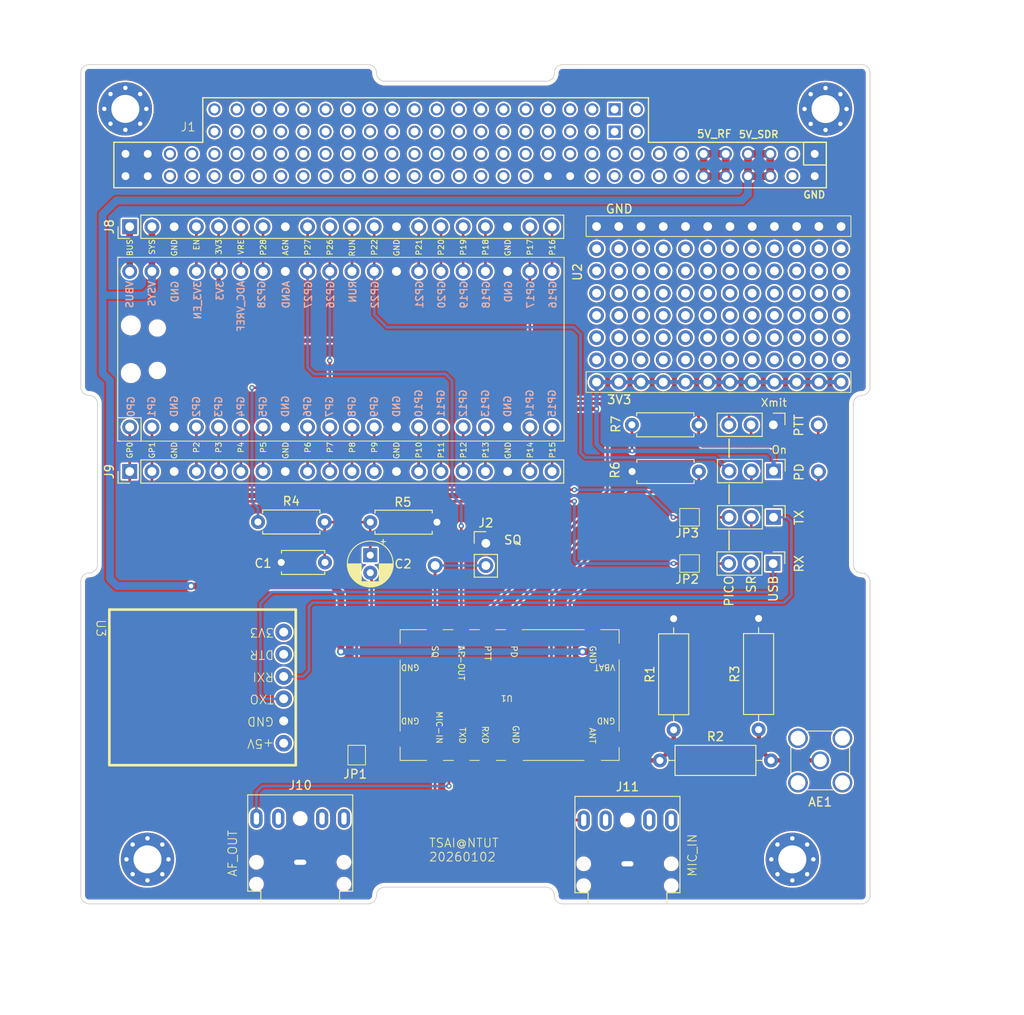
<source format=kicad_pcb>
(kicad_pcb (version 20241229) (generator "pcbnew") (generator_version "9.0")
  (layers (0 "F.Cu" signal) (2 "B.Cu" signal) (13 "F.Paste" user) (15 "B.Paste" user) (5 "F.SilkS" user "F.Silkscreen") (7 "B.SilkS" user "B.Silkscreen") (1 "F.Mask" user) (3 "B.Mask" user) (25 "Edge.Cuts" user))
  (net 0 "")
  (net 1 "Net-(AE1-A)")
  (net 2 "Net-(U1-ANT)")
  (net 3 "GND")
  (net 4 "Net-(C1-Pad1)")
  (net 5 "/FILTER_OUT")
  (net 6 "/AUDIO_IN")
  (net 7 "/MIC_IN")
  (net 8 "/ADC2")
  (net 9 "/GPIO16")
  (net 10 "/GPIO20")
  (net 11 "/3V3_EN")
  (net 12 "/3V3")
  (net 14 "/GPIO18")
  (net 15 "/RUN")
  (net 16 "/VREF")
  (net 17 "/GPIO21")
  (net 18 "/GPIO19")
  (net 19 "/GPIO15")
  (net 20 "/GPIO4")
  (net 21 "/GPIO11")
  (net 22 "/GPIO13")
  (net 24 "/GPIO10")
  (net 25 "/GPIO3")
  (net 26 "/GPIO8")
  (net 27 "/GPIO9")
  (net 28 "/GPIO6")
  (net 30 "/PD_PICO")
  (net 31 "/GPIO12")
  (net 32 "/GPIO7")
  (net 33 "/PD")
  (net 34 "/GPIO2")
  (net 35 "/GPIO5")
  (net 36 "/GPIO14")
  (net 37 "/SQ")
  (net 38 "/PTT_PICO")
  (net 39 "/PTT")
  (net 40 "/5V_SDR_10W")
  (net 47 "/5V_S-BAND_12W")
  (net 68 "/RESET1")
  (net 77 "/NULL1")
  (net 130 "/TX_PICO")
  (net 131 "/UART_TX")
  (net 132 "/RX")
  (net 133 "/RX_PICO")
  (net 134 "/UART_RX")
  (net 135 "/TX")
  (net 136 "/AUDIO_OUT")
  (net 137 "/VBUS")
  (net 144 "Net-(J6-Pin_3)")
  (net 145 "Net-(J7-Pin_3)")
  (footprint "AMSAT:TestPoint_THTPad_D1.7mm_Drill1.0mm" (layer "F.Cu") (at 133.858 77.4192)
    (property "Reference" "REF**" (hide yes))
    (property "Value" "TestPoint_THTPad_D1.7mm_Drill1.0mm" (hide yes))
  )
  (footprint "AMSAT:TestPoint_THTPad_D1.7mm_Drill1.0mm" (layer "F.Cu") (at 149.098 87.5792)
    (property "Reference" "REF**" (hide yes))
    (property "Value" "TestPoint_THTPad_D1.7mm_Drill1.0mm" (hide yes))
  )
  (footprint "Connector_PinHeader_2.54mm:PinHeader_1x02_P2.54mm_Vertical" (layer "F.Cu") (at 108.5088 111.0742)
    (property "Reference" "J2")
    (property "Value" "SQ")
  )
  (footprint "AMSAT:TestPoint_THTPad_D1.7mm_Drill1.0mm" (layer "F.Cu") (at 141.478 90.1192)
    (property "Reference" "REF**" (hide yes))
    (property "Value" "TestPoint_THTPad_D1.7mm_Drill1.0mm" (hide yes))
  )
  (footprint "AMSAT:TestPoint_THTPad_D1.7mm_Drill1.0mm" (layer "F.Cu") (at 131.318 77.4192)
    (property "Reference" "REF**" (hide yes))
    (property "Value" "TestPoint_THTPad_D1.7mm_Drill1.0mm" (hide yes))
  )
  (footprint "Resistor_THT:R_Axial_DIN0309_L9.0mm_D3.2mm_P12.70mm_Horizontal" (layer "F.Cu") (at 128.39031 135.877805)
    (property "Reference" "R2")
    (property "Value" "180")
  )
  (footprint "AMSAT:TestPoint_THTPad_D1.7mm_Drill1.0mm" (layer "F.Cu") (at 149.098 77.4192)
    (property "Reference" "REF**" (hide yes))
    (property "Value" "TestPoint_THTPad_D1.7mm_Drill1.0mm" (hide yes))
  )
  (footprint "AMSAT:TestPoint_THTPad_D1.7mm_Drill1.0mm" (layer "F.Cu") (at 141.478 79.9592)
    (property "Reference" "REF**" (hide yes))
    (property "Value" "TestPoint_THTPad_D1.7mm_Drill1.0mm" (hide yes))
  )
  (footprint "Connector_PinHeader_2.54mm:PinHeader_1x03_P2.54mm_Vertical" (layer "F.Cu") (at 141.330462 113.3856 -90)
    (property "Reference" "J6" (hide yes))
    (property "Value" "Conn_01x03" (hide yes))
  )
  (footprint "AMSAT:TestPoint_THTPad_D1.7mm_Drill1.0mm" (layer "F.Cu") (at 128.778 90.1192)
    (property "Reference" "REF**" (hide yes))
    (property "Value" "TestPoint_THTPad_D1.7mm_Drill1.0mm" (hide yes))
  )
  (footprint "Connector_PinHeader_2.54mm:PinHeader_1x03_P2.54mm_Vertical" (layer "F.Cu") (at 141.3764 102.8192 -90)
    (property "Reference" "J4" (hide yes))
    (property "Value" "Conn_01x03" (hide yes))
  )
  (footprint "AMSAT:TestPoint_THTPad_D1.7mm_Drill1.0mm" (layer "F.Cu") (at 136.398 85.0392)
    (property "Reference" "REF**" (hide yes))
    (property "Value" "TestPoint_THTPad_D1.7mm_Drill1.0mm" (hide yes))
  )
  (footprint "AMSAT:TestPoint_THTPad_D1.7mm_Drill1.0mm" (layer "F.Cu") (at 131.318 87.5792)
    (property "Reference" "REF**" (hide yes))
    (property "Value" "TestPoint_THTPad_D1.7mm_Drill1.0mm" (hide yes))
  )
  (footprint "AMSAT:TestPoint_THTPad_D1.7mm_Drill1.0mm" (layer "F.Cu") (at 138.938 74.8792)
    (property "Reference" "REF**" (hide yes))
    (property "Value" "TestPoint_THTPad_D1.7mm_Drill1.0mm" (hide yes))
  )
  (footprint "AMSAT:TestPoint_THTPad_D1.7mm_Drill1.0mm" (layer "F.Cu") (at 136.398 90.1192)
    (property "Reference" "REF**" (hide yes))
    (property "Value" "TestPoint_THTPad_D1.7mm_Drill1.0mm" (hide yes))
  )
  (footprint "AMSAT:TestPoint_THTPad_D1.7mm_Drill1.0mm" (layer "F.Cu") (at 141.478 85.0392)
    (property "Reference" "REF**" (hide yes))
    (property "Value" "TestPoint_THTPad_D1.7mm_Drill1.0mm" (hide yes))
  )
  (footprint "Resistor_THT:R_Axial_DIN0207_L6.3mm_D2.5mm_P7.62mm_Horizontal" (layer "F.Cu") (at 132.8166 97.536 180)
    (property "Reference" "R7")
    (property "Value" "10K")
  )
  (footprint "Connector_PinHeader_2.54mm:PinHeader_1x03_P2.54mm_Vertical" (layer "F.Cu") (at 141.3764 108.1024 -90)
    (property "Reference" "J7" (hide yes))
    (property "Value" "Conn_01x03" (hide yes))
  )
  (footprint "AMSAT:TestPoint_THTPad_D1.7mm_Drill1.0mm" (layer "F.Cu") (at 123.698 92.6592)
    (property "Reference" "REF**" (hide yes))
    (property "Value" "TestPoint_THTPad_D1.7mm_Drill1.0mm" (hide yes))
  )
  (footprint "AMSAT:TestPoint_THTPad_D1.7mm_Drill1.0mm" (layer "F.Cu") (at 121.158 90.1192)
    (property "Reference" "REF**" (hide yes))
    (property "Value" "TestPoint_THTPad_D1.7mm_Drill1.0mm" (hide yes))
  )
  (footprint "AMSAT:TestPoint_THTPad_D1.7mm_Drill1.0mm" (layer "F.Cu") (at 138.938 90.1192)
    (property "Reference" "REF**" (hide yes))
    (property "Value" "TestPoint_THTPad_D1.7mm_Drill1.0mm" (hide yes))
  )
  (footprint "AMSAT:TestPoint_THTPad_D1.7mm_Drill1.0mm" (layer "F.Cu") (at 141.478 77.4192)
    (property "Reference" "REF**" (hide yes))
    (property "Value" "TestPoint_THTPad_D1.7mm_Drill1.0mm" (hide yes))
  )
  (footprint "AMSAT:TestPoint_THTPad_D1.7mm_Drill1.0mm" (layer "F.Cu") (at 136.398 87.5792)
    (property "Reference" "REF**" (hide yes))
    (property "Value" "TestPoint_THTPad_D1.7mm_Drill1.0mm" (hide yes))
  )
  (footprint "VST104:MountingHole_3.2mm_M3_Pad_Via" (layer "F.Cu") (at 67.32 61.44)
    (property "Reference" "H1" (hide yes))
    (property "Value" "MountingHole" (hide yes))
  )
  (footprint "AMSAT:TestPoint_THTPad_D1.7mm_Drill1.0mm" (layer "F.Cu") (at 133.858 79.9592)
    (property "Reference" "REF**" (hide yes))
    (property "Value" "TestPoint_THTPad_D1.7mm_Drill1.0mm" (hide yes))
  )
  (footprint "AMSAT:TestPoint_THTPad_D1.7mm_Drill1.0mm" (layer "F.Cu") (at 126.238 79.9592)
    (property "Reference" "REF**" (hide yes))
    (property "Value" "TestPoint_THTPad_D1.7mm_Drill1.0mm" (hide yes))
  )
  (footprint "AMSAT:TestPoint_THTPad_D1.7mm_Drill1.0mm" (layer "F.Cu") (at 149.098 90.1192)
    (property "Reference" "REF**" (hide yes))
    (property "Value" "TestPoint_THTPad_D1.7mm_Drill1.0mm" (hide yes))
  )
  (footprint "Basic:Jack_3.5mm_CUI_SJ1-3525N_Horizontal" (layer "F.Cu") (at 87.2998 147.512)
    (property "Reference" "J10")
    (property "Value" "SC1464-ND")
  )
  (footprint "AMSAT:TestPoint_THTPad_D1.7mm_Drill1.0mm" (layer "F.Cu") (at 136.398 79.9592)
    (property "Reference" "REF**" (hide yes))
    (property "Value" "TestPoint_THTPad_D1.7mm_Drill1.0mm" (hide yes))
  )
  (footprint "Connector_PinHeader_2.54mm:PinHeader_1x03_P2.54mm_Vertical" (layer "F.Cu") (at 141.351 97.536 -90)
    (property "Reference" "J5" (hide yes))
    (property "Value" "Conn_01x03" (hide yes))
  )
  (footprint "AMSAT:TestPoint_THTPad_D1.7mm_Drill1.0mm" (layer "F.Cu") (at 128.778 87.5792)
    (property "Reference" "REF**" (hide yes))
    (property "Value" "TestPoint_THTPad_D1.7mm_Drill1.0mm" (hide yes))
  )
  (footprint "AMSAT:TestPoint_THTPad_D1.7mm_Drill1.0mm" (layer "F.Cu") (at 123.698 82.4992)
    (property "Reference" "REF**" (hide yes))
    (property "Value" "TestPoint_THTPad_D1.7mm_Drill1.0mm" (hide yes))
  )
  (footprint "Basic:PC104_16bit_Connector" (layer "F.Cu") (at 125.76 64.04 180)
    (property "Reference" "J1")
    (property "Value" "~" (hide yes))
  )
  (footprint "AMSAT:TestPoint_THTPad_D1.7mm_Drill1.0mm" (layer "F.Cu") (at 144.018 90.1192)
    (property "Reference" "REF**" (hide yes))
    (property "Value" "TestPoint_THTPad_D1.7mm_Drill1.0mm" (hide yes))
  )
  (footprint "Connector_Coaxial:SMA_Amphenol_901-144_Vertical" (layer "F.Cu") (at 146.7104 135.877805 180)
    (property "Reference" "AE1")
    (property "Value" "Antenna")
  )
  (footprint "AMSAT:TestPoint_THTPad_D1.7mm_Drill1.0mm" (layer "F.Cu") (at 136.398 77.4192)
    (property "Reference" "REF**" (hide yes))
    (property "Value" "TestPoint_THTPad_D1.7mm_Drill1.0mm" (hide yes))
  )
  (footprint "AMSAT:TestPoint_THTPad_D1.7mm_Drill1.0mm" (layer "F.Cu") (at 146.558 87.5792)
    (property "Reference" "REF**" (hide yes))
    (property "Value" "TestPoint_THTPad_D1.7mm_Drill1.0mm" (hide yes))
  )
  (footprint "AMSAT:TestPoint_THTPad_D1.7mm_Drill1.0mm" (layer "F.Cu") (at 131.318 90.1192)
    (property "Reference" "REF**" (hide yes))
    (property "Value" "TestPoint_THTPad_D1.7mm_Drill1.0mm" (hide yes))
  )
  (footprint "AMSAT:TestPoint_THTPad_D1.7mm_Drill1.0mm" (layer "F.Cu") (at 121.158 82.4992)
    (property "Reference" "REF**" (hide yes))
    (property "Value" "TestPoint_THTPad_D1.7mm_Drill1.0mm" (hide yes))
  )
  (footprint "AMSAT:TestPoint_THTPad_D1.7mm_Drill1.0mm" (layer "F.Cu") (at 123.698 77.4192)
    (property "Reference" "REF**" (hide yes))
    (property "Value" "TestPoint_THTPad_D1.7mm_Drill1.0mm" (hide yes))
  )
  (footprint "AMSAT:TestPoint_THTPad_D1.7mm_Drill1.0mm" (layer "F.Cu") (at 123.698 85.0392)
    (property "Reference" "REF**" (hide yes))
    (property "Value" "TestPoint_THTPad_D1.7mm_Drill1.0mm" (hide yes))
  )
  (footprint "AMSAT:TestPoint_THTPad_D1.7mm_Drill1.0mm" (layer "F.Cu") (at 121.158 87.5792)
    (property "Reference" "REF**" (hide yes))
    (property "Value" "TestPoint_THTPad_D1.7mm_Drill1.0mm" (hide yes))
  )
  (footprint "AMSAT:TestPoint_THTPad_D1.7mm_Drill1.0mm" (layer "F.Cu") (at 128.778 82.4992)
    (property "Reference" "REF**" (hide yes))
    (property "Value" "TestPoint_THTPad_D1.7mm_Drill1.0mm" (hide yes))
  )
  (footprint "AMSAT:TestPoint_THTPad_D1.7mm_Drill1.0mm" (layer "F.Cu") (at 146.558 82.4992)
    (property "Reference" "REF**" (hide yes))
    (property "Value" "TestPoint_THTPad_D1.7mm_Drill1.0mm" (hide yes))
  )
  (footprint "AMSAT:TestPoint_THTPad_D1.7mm_Drill1.0mm" (layer "F.Cu") (at 144.018 79.9592)
    (property "Reference" "REF**" (hide yes))
    (property "Value" "TestPoint_THTPad_D1.7mm_Drill1.0mm" (hide yes))
  )
  (footprint "AMSAT:TestPoint_THTPad_D1.7mm_Drill1.0mm" (layer "F.Cu") (at 149.098 74.8792)
    (property "Reference" "REF**" (hide yes))
    (property "Value" "TestPoint_THTPad_D1.7mm_Drill1.0mm" (hide yes))
  )
  (footprint "AMSAT:TestPoint_THTPad_D1.7mm_Drill1.0mm" (layer "F.Cu") (at 146.558 92.6592)
    (property "Reference" "REF**" (hide yes))
    (property "Value" "TestPoint_THTPad_D1.7mm_Drill1.0mm" (hide yes))
  )
  (footprint "AMSAT:TestPoint_THTPad_D1.7mm_Drill1.0mm" (layer "F.Cu") (at 126.238 85.0392)
    (property "Reference" "REF**" (hide yes))
    (property "Value" "TestPoint_THTPad_D1.7mm_Drill1.0mm" (hide yes))
  )
  (footprint "AMSAT:TestPoint_THTPad_D1.7mm_Drill1.0mm" (layer "F.Cu") (at 141.478 92.6592)
    (property "Reference" "REF**" (hide yes))
    (property "Value" "TestPoint_THTPad_D1.7mm_Drill1.0mm" (hide yes))
  )
  (footprint "AMSAT:TestPoint_THTPad_D1.7mm_Drill1.0mm" (layer "F.Cu") (at 121.158 79.9592)
    (property "Reference" "REF**" (hide yes))
    (property "Value" "TestPoint_THTPad_D1.7mm_Drill1.0mm" (hide yes))
  )
  (footprint "AMSAT:TestPoint_THTPad_D1.7mm_Drill1.0mm" (layer "F.Cu") (at 136.398 74.8792)
    (property "Reference" "REF**" (hide yes))
    (property "Value" "TestPoint_THTPad_D1.7mm_Drill1.0mm" (hide yes))
  )
  (footprint "AMSAT:TestPoint_THTPad_D1.7mm_Drill1.0mm" (layer "F.Cu") (at 126.238 77.4192)
    (property "Reference" "REF**" (hide yes))
    (property "Value" "TestPoint_THTPad_D1.7mm_Drill1.0mm" (hide yes))
  )
  (footprint "AMSAT:TestPoint_THTPad_D1.7mm_Drill1.0mm" (layer "F.Cu") (at 131.318 79.9592)
    (property "Reference" "REF**" (hide yes))
    (property "Value" "TestPoint_THTPad_D1.7mm_Drill1.0mm" (hide yes))
  )
  (footprint "Resistor_THT:R_Axial_DIN0207_L6.3mm_D2.5mm_P7.62mm_Horizontal" (layer "F.Cu") (at 125.222 102.87)
    (property "Reference" "R6")
    (property "Value" "10K")
  )
  (footprint "AMSAT:SolderJumper-2_P1.3mm_Pad1.0x1.5mm" (layer "F.Cu") (at 131.50165 113.3829 180)
    (property "Reference" "JP2")
    (property "Value" "SolderJumper_2_Open")
  )
  (footprint "Connector_PinHeader_2.54mm:PinHeader_1x20_P2.54mm_Vertical" (layer "F.Cu") (at 67.818 102.87 90)
    (property "Reference" "J9")
    (property "Value" "Conn_01x20")
  )
  (footprint "AMSAT:TestPoint_THTPad_D1.7mm_Drill1.0mm" (layer "F.Cu") (at 123.698 79.9592)
    (property "Reference" "REF**" (hide yes))
    (property "Value" "TestPoint_THTPad_D1.7mm_Drill1.0mm" (hide yes))
  )
  (footprint "AMSAT:TestPoint_THTPad_D1.7mm_Drill1.0mm" (layer "F.Cu") (at 133.858 85.0392)
    (property "Reference" "REF**" (hide yes))
    (property "Value" "TestPoint_THTPad_D1.7mm_Drill1.0mm" (hide yes))
  )
  (footprint "AMSAT:TestPoint_THTPad_D1.7mm_Drill1.0mm" (layer "F.Cu") (at 144.018 74.8792)
    (property "Reference" "REF**" (hide yes))
    (property "Value" "TestPoint_THTPad_D1.7mm_Drill1.0mm" (hide yes))
  )
  (footprint "AMSAT:TestPoint_THTPad_D1.7mm_Drill1.0mm" (layer "F.Cu") (at 123.698 87.5792)
    (property "Reference" "REF**" (hide yes))
    (property "Value" "TestPoint_THTPad_D1.7mm_Drill1.0mm" (hide yes))
  )
  (footprint "AMSAT:TestPoint_THTPad_D1.7mm_Drill1.0mm" (layer "F.Cu") (at 128.778 74.8792)
    (property "Reference" "REF**" (hide yes))
    (property "Value" "TestPoint_THTPad_D1.7mm_Drill1.0mm" (hide yes))
  )
  (footprint "AMSAT:TestPoint_THTPad_D1.7mm_Drill1.0mm" (layer "F.Cu") (at 133.858 74.8792)
    (property "Reference" "REF**" (hide yes))
    (property "Value" "TestPoint_THTPad_D1.7mm_Drill1.0mm" (hide yes))
  )
  (footprint "AMSAT:TestPoint_THTPad_D1.7mm_Drill1.0mm" (layer "F.Cu") (at 126.238 82.4992)
    (property "Reference" "REF**" (hide yes))
    (property "Value" "TestPoint_THTPad_D1.7mm_Drill1.0mm" (hide yes))
  )
  (footprint "AMSAT:TestPoint_THTPad_D1.7mm_Drill1.0mm" (layer "F.Cu") (at 146.4818 97.536 180)
    (property "Reference" "REF**" (hide yes))
    (property "Value" "TestPoint_THTPad_D1.7mm_Drill1.0mm" (hide yes))
  )
  (footprint "AMSAT:TestPoint_THTPad_D1.7mm_Drill1.0mm" (layer "F.Cu") (at 133.858 82.4992)
    (property "Reference" "REF**" (hide yes))
    (property "Value" "TestPoint_THTPad_D1.7mm_Drill1.0mm" (hide yes))
  )
  (footprint "VST104:MountingHole_3.2mm_M3_Pad_Via" (layer "F.Cu") (at 143.523 147.1823)
    (property "Reference" "H3" (hide yes))
    (property "Value" "MountingHole" (hide yes))
  )
  (footprint "AMSAT:TestPoint_THTPad_D1.7mm_Drill1.0mm" (layer "F.Cu") (at 126.238 90.1192)
    (property "Reference" "REF**" (hide yes))
    (property "Value" "TestPoint_THTPad_D1.7mm_Drill1.0mm" (hide yes))
  )
  (footprint "VST104:MountingHole_3.2mm_M3_Pad_Via" (layer "F.Cu") (at 147.32 61.4573)
    (property "Reference" "H2" (hide yes))
    (property "Value" "MountingHole" (hide yes))
  )
  (footprint "AMSAT:TestPoint_THTPad_D1.7mm_Drill1.0mm" (layer "F.Cu") (at 128.778 92.6592)
    (property "Reference" "REF**" (hide yes))
    (property "Value" "TestPoint_THTPad_D1.7mm_Drill1.0mm" (hide yes))
  )
  (footprint "AMSAT:TestPoint_THTPad_D1.7mm_Drill1.0mm" (layer "F.Cu") (at 126.238 87.5792)
    (property "Reference" "REF**" (hide yes))
    (property "Value" "TestPoint_THTPad_D1.7mm_Drill1.0mm" (hide yes))
  )
  (footprint "AMSAT:TestPoint_THTPad_D1.7mm_Drill1.0mm" (layer "F.Cu") (at 131.318 85.0392)
    (property "Reference" "REF**" (hide yes))
    (property "Value" "TestPoint_THTPad_D1.7mm_Drill1.0mm" (hide yes))
  )
  (footprint "AMSAT:TestPoint_THTPad_D1.7mm_Drill1.0mm" (layer "F.Cu") (at 121.158 77.4192)
    (property "Reference" "REF**" (hide yes))
    (property "Value" "TestPoint_THTPad_D1.7mm_Drill1.0mm" (hide yes))
  )
  (footprint "AMSAT:TestPoint_THTPad_D1.7mm_Drill1.0mm" (layer "F.Cu") (at 121.158 92.6592)
    (property "Reference" "REF**" (hide yes))
    (property "Value" "TestPoint_THTPad_D1.7mm_Drill1.0mm" (hide yes))
  )
  (footprint "AMSAT:TestPoint_THTPad_D1.7mm_Drill1.0mm" (layer "F.Cu") (at 146.558 90.1192)
    (property "Reference" "REF**" (hide yes))
    (property "Value" "TestPoint_THTPad_D1.7mm_Drill1.0mm" (hide yes))
  )
  (footprint "AMSAT:TestPoint_THTPad_D1.7mm_Drill1.0mm" (layer "F.Cu") (at 149.098 79.9592)
    (property "Reference" "REF**" (hide yes))
    (property "Value" "TestPoint_THTPad_D1.7mm_Drill1.0mm" (hide yes))
  )
  (footprint "Resistor_THT:R_Axial_DIN0309_L9.0mm_D3.2mm_P12.70mm_Horizontal" (layer "F.Cu") (at 129.96511 132.3848 90)
    (property "Reference" "R1")
    (property "Value" "68")
  )
  (footprint "AMSAT:TestPoint_THTPad_D1.7mm_Drill1.0mm" (layer "F.Cu") (at 126.238 74.8792)
    (property "Reference" "REF**" (hide yes))
    (property "Value" "TestPoint_THTPad_D1.7mm_Drill1.0mm" (hide yes))
  )
  (footprint "AMSAT:TestPoint_THTPad_D1.7mm_Drill1.0mm" (layer "F.Cu") (at 138.938 92.6592)
    (property "Reference" "REF**" (hide yes))
    (property "Value" "TestPoint_THTPad_D1.7mm_Drill1.0mm" (hide yes))
  )
  (footprint "AMSAT:TestPoint_THTPad_D1.7mm_Drill1.0mm" (layer "F.Cu") (at 146.5072 102.8954 180)
    (property "Reference" "REF**" (hide yes))
    (property "Value" "TestPoint_THTPad_D1.7mm_Drill1.0mm" (hide yes))
  )
  (footprint "Resistor_THT:R_Axial_DIN0207_L6.3mm_D2.5mm_P7.62mm_Horizontal" (layer "F.Cu") (at 102.9208 108.6612 180)
    (property "Reference" "R5")
    (property "Value" "100")
  )
  (footprint "AMSAT:TestPoint_THTPad_D1.7mm_Drill1.0mm" (layer "F.Cu") (at 133.858 90.1192)
    (property "Reference" "REF**" (hide yes))
    (property "Value" "TestPoint_THTPad_D1.7mm_Drill1.0mm" (hide yes))
  )
  (footprint "AMSAT:TestPoint_THTPad_D1.7mm_Drill1.0mm" (layer "F.Cu") (at 102.7176 113.6142 180)
    (property "Reference" "REF**" (hide yes))
    (property "Value" "TestPoint_THTPad_D1.7mm_Drill1.0mm" (hide yes))
  )
  (footprint "Basic:Jack_3.5mm_CUI_SJ1-3525N_Horizontal" (layer "F.Cu") (at 124.6886 147.6898)
    (property "Reference" "J11")
    (property "Value" "SC1464-ND")
  )
  (footprint "AMSAT:TestPoint_THTPad_D1.7mm_Drill1.0mm" (layer "F.Cu") (at 149.098 85.0392)
    (property "Reference" "REF**" (hide yes))
    (property "Value" "TestPoint_THTPad_D1.7mm_Drill1.0mm" (hide yes))
  )
  (footprint "AMSAT:TestPoint_THTPad_D1.7mm_Drill1.0mm" (layer "F.Cu") (at 123.698 90.1192)
    (property "Reference" "REF**" (hide yes))
    (property "Value" "TestPoint_THTPad_D1.7mm_Drill1.0mm" (hide yes))
  )
  (footprint "AMSAT:TestPoint_THTPad_D1.7mm_Drill1.0mm" (layer "F.Cu") (at 128.778 85.0392)
    (property "Reference" "REF**" (hide yes))
    (property "Value" "TestPoint_THTPad_D1.7mm_Drill1.0mm" (hide yes))
  )
  (footprint "AMSAT:TestPoint_THTPad_D1.7mm_Drill1.0mm" (layer "F.Cu") (at 144.018 85.0392)
    (property "Reference" "REF**" (hide yes))
    (property "Value" "TestPoint_THTPad_D1.7mm_Drill1.0mm" (hide yes))
  )
  (footprint "AMSAT:TestPoint_THTPad_D1.7mm_Drill1.0mm" (layer "F.Cu") (at 131.318 74.8792)
    (property "Reference" "REF**" (hide yes))
    (property "Value" "TestPoint_THTPad_D1.7mm_Drill1.0mm" (hide yes))
  )
  (footprint "AMSAT:TestPoint_THTPad_D1.7mm_Drill1.0mm" (layer "F.Cu") (at 136.398 92.6592)
    (property "Reference" "REF**" (hide yes))
    (property "Value" "TestPoint_THTPad_D1.7mm_Drill1.0mm" (hide yes))
  )
  (footprint "AMSAT:TestPoint_THTPad_D1.7mm_Drill1.0mm" (layer "F.Cu") (at 144.018 87.5792)
    (property "Reference" "REF**" (hide yes))
    (property "Value" "TestPoint_THTPad_D1.7mm_Drill1.0mm" (hide yes))
  )
  (footprint "AMSAT:TestPoint_THTPad_D1.7mm_Drill1.0mm" (layer "F.Cu") (at 138.938 79.9592)
    (property "Reference" "REF**" (hide yes))
    (property "Value" "TestPoint_THTPad_D1.7mm_Drill1.0mm" (hide yes))
  )
  (footprint "Capacitor_THT:C_Disc_D4.7mm_W2.5mm_P5.00mm" (layer "F.Cu") (at 90.13 113.2586 180)
    (property "Reference" "C1")
    (property "Value" "0.1uF")
  )
  (footprint "AMSAT:TestPoint_THTPad_D1.7mm_Drill1.0mm" (layer "F.Cu") (at 138.938 87.5792)
    (property "Reference" "REF**" (hide yes))
    (property "Value" "TestPoint_THTPad_D1.7mm_Drill1.0mm" (hide yes))
  )
  (footprint "Resistor_THT:R_Axial_DIN0309_L9.0mm_D3.2mm_P12.70mm_Horizontal" (layer "F.Cu") (at 139.66791 132.3594 90)
    (property "Reference" "R3")
    (property "Value" "68")
  )
  (footprint "AMSAT:SolderJumper-2_P1.3mm_Bridged_Pad1.0x1.5mm" (layer "F.Cu") (at 93.7514 134.99115 90)
    (property "Reference" "JP1")
    (property "Value" "SolderJumper_2_Bridged" (hide yes))
  )
  (footprint "AMSAT:TestPoint_THTPad_D1.7mm_Drill1.0mm" (layer "F.Cu") (at 141.478 74.8792)
    (property "Reference" "REF**" (hide yes))
    (property "Value" "TestPoint_THTPad_D1.7mm_Drill1.0mm" (hide yes))
  )
  (footprint "AMSAT:TestPoint_THTPad_D1.7mm_Drill1.0mm" (layer "F.Cu") (at 149.098 92.6592)
    (property "Reference" "REF**" (hide yes))
    (property "Value" "TestPoint_THTPad_D1.7mm_Drill1.0mm" (hide yes))
  )
  (footprint "Capacitor_THT:CP_Radial_D5.0mm_P2.00mm" (layer "F.Cu") (at 95.3008 112.430488 -90)
    (property "Reference" "C2")
    (property "Value" "47uF")
  )
  (footprint "AMSAT:TestPoint_THTPad_D1.7mm_Drill1.0mm" (layer "F.Cu") (at 138.938 77.4192)
    (property "Reference" "REF**" (hide yes))
    (property "Value" "TestPoint_THTPad_D1.7mm_Drill1.0mm" (hide yes))
  )
  (footprint "AMSAT:TestPoint_THTPad_D1.7mm_Drill1.0mm" (layer "F.Cu") (at 149.098 82.4992)
    (property "Reference" "REF**" (hide yes))
    (property "Value" "TestPoint_THTPad_D1.7mm_Drill1.0mm" (hide yes))
  )
  (footprint "AMSAT:TestPoint_THTPad_D1.7mm_Drill1.0mm" (layer "F.Cu") (at 138.938 82.4992)
    (property "Reference" "REF**" (hide yes))
    (property "Value" "TestPoint_THTPad_D1.7mm_Drill1.0mm" (hide yes))
  )
  (footprint "AMSAT:TestPoint_THTPad_D1.7mm_Drill1.0mm" (layer "F.Cu") (at 144.018 92.6592)
    (property "Reference" "REF**" (hide yes))
    (property "Value" "TestPoint_THTPad_D1.7mm_Drill1.0mm" (hide yes))
  )
  (footprint "AMSAT:TestPoint_THTPad_D1.7mm_Drill1.0mm" (layer "F.Cu") (at 146.558 77.4192)
    (property "Reference" "REF**" (hide yes))
    (property "Value" "TestPoint_THTPad_D1.7mm_Drill1.0mm" (hide yes))
  )
  (footprint "AMSAT:TestPoint_THTPad_D1.7mm_Drill1.0mm" (layer "F.Cu") (at 123.698 74.8792)
    (property "Reference" "REF**" (hide yes))
    (property "Value" "TestPoint_THTPad_D1.7mm_Drill1.0mm" (hide yes))
  )
  (footprint "Basic:USB_UART_Module_New" (layer "F.Cu") (at 80.49291 127.5334 90)
    (property "Reference" "U3")
    (property "Value" "~")
  )
  (footprint "Connector_PinHeader_2.54mm:PinHeader_1x20_P2.54mm_Vertical" (layer "F.Cu") (at 67.818 74.9046 90)
    (property "Reference" "J8")
    (property "Value" "Conn_01x20")
  )
  (footprint "AMSAT:TestPoint_THTPad_D1.7mm_Drill1.0mm" (layer "F.Cu") (at 138.938 85.0392)
    (property "Reference" "REF**" (hide yes))
    (property "Value" "TestPoint_THTPad_D1.7mm_Drill1.0mm" (hide yes))
  )
  (footprint "AMSAT:TestPoint_THTPad_D1.7mm_Drill1.0mm" (layer "F.Cu") (at 146.558 79.9592)
    (property "Reference" "REF**" (hide yes))
    (property "Value" "TestPoint_THTPad_D1.7mm_Drill1.0mm" (hide yes))
  )
  (footprint "AMSAT:TestPoint_THTPad_D1.7mm_Drill1.0mm" (layer "F.Cu") (at 133.858 87.5792)
    (property "Reference" "REF**" (hide yes))
    (property "Value" "TestPoint_THTPad_D1.7mm_Drill1.0mm" (hide yes))
  )
  (footprint "AMSAT:TestPoint_THTPad_D1.7mm_Drill1.0mm" (layer "F.Cu") (at 131.318 92.6592)
    (property "Reference" "REF**" (hide yes))
    (property "Value" "TestPoint_THTPad_D1.7mm_Drill1.0mm" (hide yes))
  )
  (footprint "AMSAT:SR105U" (layer "F.Cu") (at 110.8964 128.4478 180)
    (property "Reference" "U1")
    (property "Value" "SR105U")
  )
  (footprint "AMSAT:TestPoint_THTPad_D1.7mm_Drill1.0mm" (layer "F.Cu") (at 141.478 82.4992)
    (property "Reference" "REF**" (hide yes))
    (property "Value" "TestPoint_THTPad_D1.7mm_Drill1.0mm" (hide yes))
  )
  (footprint "AMSAT:TestPoint_THTPad_D1.7mm_Drill1.0mm" (layer "F.Cu") (at 144.018 82.4992)
    (property "Reference" "REF**" (hide yes))
    (property "Value" "TestPoint_THTPad_D1.7mm_Drill1.0mm" (hide yes))
  )
  (footprint "AMSAT:TestPoint_THTPad_D1.7mm_Drill1.0mm" (layer "F.Cu") (at 133.858 92.6592)
    (property "Reference" "REF**" (hide yes))
    (property "Value" "TestPoint_THTPad_D1.7mm_Drill1.0mm" (hide yes))
  )
  (footprint "AMSAT:TestPoint_THTPad_D1.7mm_Drill1.0mm" (layer "F.Cu") (at 141.478 87.5792)
    (property "Reference" "REF**" (hide yes))
    (property "Value" "TestPoint_THTPad_D1.7mm_Drill1.0mm" (hide yes))
  )
  (footprint "AMSAT:SolderJumper-2_P1.3mm_Pad1.0x1.5mm" (layer "F.Cu") (at 131.50165 108.0997 180)
    (property "Reference" "JP3")
    (property "Value" "SolderJumper_2_Open")
  )
  (footprint "AMSAT:TestPoint_THTPad_D1.7mm_Drill1.0mm" (layer "F.Cu") (at 146.558 85.0392)
    (property "Reference" "REF**" (hide yes))
    (property "Value" "TestPoint_THTPad_D1.7mm_Drill1.0mm" (hide yes))
  )
  (footprint "Resistor_THT:R_Axial_DIN0207_L6.3mm_D2.5mm_P7.62mm_Horizontal" (layer "F.Cu") (at 82.4738 108.6358)
    (property "Reference" "R4")
    (property "Value" "220")
  )
  (footprint "AMSAT:TestPoint_THTPad_D1.7mm_Drill1.0mm" (layer "F.Cu") (at 136.398 82.4992)
    (property "Reference" "REF**" (hide yes))
    (property "Value" "TestPoint_THTPad_D1.7mm_Drill1.0mm" (hide yes))
  )
  (footprint "AMSAT:TestPoint_THTPad_D1.7mm_Drill1.0mm" (layer "F.Cu") (at 146.558 74.8792)
    (property "Reference" "REF**" (hide yes))
    (property "Value" "TestPoint_THTPad_D1.7mm_Drill1.0mm" (hide yes))
  )
  (footprint "VST104:MountingHole_3.2mm_M3_Pad_Via" (layer "F.Cu") (at 69.85 147.1823)
    (property "Reference" "H4" (hide yes))
    (property "Value" "MountingHole" (hide yes))
  )
  (footprint "AMSAT:TestPoint_THTPad_D1.7mm_Drill1.0mm" (layer "F.Cu") (at 144.018 77.4192)
    (property "Reference" "REF**" (hide yes))
    (property "Value" "TestPoint_THTPad_D1.7mm_Drill1.0mm" (hide yes))
  )
  (footprint "AMSAT:TestPoint_THTPad_D1.7mm_Drill1.0mm" (layer "F.Cu") (at 121.158 85.0392)
    (property "Reference" "REF**" (hide yes))
    (property "Value" "TestPoint_THTPad_D1.7mm_Drill1.0mm" (hide yes))
  )
  (footprint "AMSAT:RPi_Pico_TH" (layer "F.Cu") (at 91.948 88.9 90)
    (property "Reference" "U2")
    (property "Value" "Pico")
  )
  (footprint "AMSAT:TestPoint_THTPad_D1.7mm_Drill1.0mm" (layer "F.Cu") (at 121.158 74.8792)
    (property "Reference" "REF**" (hide yes))
    (property "Value" "TestPoint_THTPad_D1.7mm_Drill1.0mm" (hide yes))
  )
  (footprint "AMSAT:TestPoint_THTPad_D1.7mm_Drill1.0mm" (layer "F.Cu") (at 131.318 82.4992)
    (property "Reference" "REF**" (hide yes))
    (property "Value" "TestPoint_THTPad_D1.7mm_Drill1.0mm" (hide yes))
  )
  (footprint "AMSAT:TestPoint_THTPad_D1.7mm_Drill1.0mm" (layer "F.Cu") (at 126.238 92.6592)
    (property "Reference" "REF**" (hide yes))
    (property "Value" "TestPoint_THTPad_D1.7mm_Drill1.0mm" (hide yes))
  )
  (footprint "AMSAT:TestPoint_THTPad_D1.7mm_Drill1.0mm" (layer "F.Cu") (at 128.778 79.9592)
    (property "Reference" "REF**" (hide yes))
    (property "Value" "TestPoint_THTPad_D1.7mm_Drill1.0mm" (hide yes))
  )
  (footprint "AMSAT:TestPoint_THTPad_D1.7mm_Drill1.0mm" (layer "F.Cu") (at 128.778 77.4192)
    (property "Reference" "REF**" (hide yes))
    (property "Value" "TestPoint_THTPad_D1.7mm_Drill1.0mm" (hide yes))
  )
  (gr_line (start 136.2964 109.6518) (end 136.2964 111.8362) (stroke (width 0.1524)) (layer "F.SilkS"))
  (gr_rect (start 119.9642 91.4654) (end 150.2156 93.8276) (stroke (width 0.1)) (fill no) (layer "F.SilkS"))
  (gr_rect (start 119.9642 73.66) (end 150.2156 76.0222) (stroke (width 0.1)) (fill no) (layer "F.SilkS"))
  (gr_line (start 136.2964 104.394) (end 136.2964 106.5276) (stroke (width 0.1524)) (layer "F.SilkS"))
  (gr_line (start 136.2964 99.1616) (end 136.2964 101.2444) (stroke (width 0.1524)) (layer "F.SilkS"))
  (gr_arc (start 151.4475 114.4671) (mid 150.773981 114.188119) (end 150.495 113.5146) (stroke (width 0.1)) (layer "Edge.Cuts"))
  (gr_arc (start 115.3795 150.3573) (mid 116.053019 150.636281) (end 116.332 151.3098) (stroke (width 0.1)) (layer "Edge.Cuts"))
  (gr_line (start 150.495 95.125) (end 150.495 113.5146) (stroke (width 0.1)) (layer "Edge.Cuts"))
  (gr_arc (start 62.23 115.4196) (mid 62.508981 114.746081) (end 63.1825 114.4671) (stroke (width 0.1)) (layer "Edge.Cuts"))
  (gr_arc (start 117.2845 152.2623) (mid 116.610981 151.983319) (end 116.332 151.3098) (stroke (width 0.1)) (layer "Edge.Cuts"))
  (gr_arc (start 63.1825 94.1725) (mid 62.508981 93.893519) (end 62.23 93.22) (stroke (width 0.1)) (layer "Edge.Cuts"))
  (gr_line (start 151.4475 152.2623) (end 117.2845 152.2623) (stroke (width 0.1)) (layer "Edge.Cuts"))
  (gr_arc (start 116.332 57.3298) (mid 116.610981 56.656281) (end 117.2845 56.3773) (stroke (width 0.1)) (layer "Edge.Cuts"))
  (gr_line (start 96.9645 58.2823) (end 115.3795 58.2823) (stroke (width 0.127)) (layer "Edge.Cuts"))
  (gr_arc (start 152.4 151.3098) (mid 152.121019 151.983319) (end 151.4475 152.2623) (stroke (width 0.1)) (layer "Edge.Cuts"))
  (gr_arc (start 151.4475 56.3773) (mid 152.121019 56.656281) (end 152.4 57.3298) (stroke (width 0.1)) (layer "Edge.Cuts"))
  (gr_arc (start 151.4475 114.4671) (mid 152.121019 114.746081) (end 152.4 115.4196) (stroke (width 0.1)) (layer "Edge.Cuts"))
  (gr_line (start 62.23 151.3098) (end 62.23 115.4196) (stroke (width 0.1)) (layer "Edge.Cuts"))
  (gr_arc (start 96.9645 58.2823) (mid 96.290981 58.003319) (end 96.012 57.3298) (stroke (width 0.1)) (layer "Edge.Cuts"))
  (gr_arc (start 150.495 95.125) (mid 150.773981 94.451481) (end 151.4475 94.1725) (stroke (width 0.1)) (layer "Edge.Cuts"))
  (gr_line (start 117.2845 56.3773) (end 151.4475 56.3773) (stroke (width 0.1)) (layer "Edge.Cuts"))
  (gr_line (start 152.4 57.3298) (end 152.4 93.22) (stroke (width 0.1)) (layer "Edge.Cuts"))
  (gr_line (start 152.4 115.4196) (end 152.4 151.3098) (stroke (width 0.1)) (layer "Edge.Cuts"))
  (gr_arc (start 96.012 151.3098) (mid 95.733019 151.983319) (end 95.0595 152.2623) (stroke (width 0.1)) (layer "Edge.Cuts"))
  (gr_arc (start 64.135 113.5146) (mid 63.856019 114.188119) (end 63.1825 114.4671) (stroke (width 0.1)) (layer "Edge.Cuts"))
  (gr_line (start 64.135 113.5146) (end 64.135 95.125) (stroke (width 0.1)) (layer "Edge.Cuts"))
  (gr_line (start 63.1825 56.3773) (end 95.0595 56.3773) (stroke (width 0.1)) (layer "Edge.Cuts"))
  (gr_arc (start 63.1825 152.2623) (mid 62.508981 151.983319) (end 62.23 151.3098) (stroke (width 0.1)) (layer "Edge.Cuts"))
  (gr_arc (start 62.23 57.3298) (mid 62.508981 56.656281) (end 63.1825 56.3773) (stroke (width 0.1)) (layer "Edge.Cuts"))
  (gr_arc (start 96.012 151.3098) (mid 96.290981 150.636281) (end 96.9645 150.3573) (stroke (width 0.1)) (layer "Edge.Cuts"))
  (gr_arc (start 116.332 57.3298) (mid 116.053019 58.003319) (end 115.3795 58.2823) (stroke (width 0.1)) (layer "Edge.Cuts"))
  (gr_arc (start 152.4 93.22) (mid 152.121019 93.893519) (end 151.4475 94.1725) (stroke (width 0.1)) (layer "Edge.Cuts"))
  (gr_line (start 95.0595 152.2623) (end 63.1825 152.2623) (stroke (width 0.1)) (layer "Edge.Cuts"))
  (gr_arc (start 95.0595 56.3773) (mid 95.733019 56.656281) (end 96.012 57.3298) (stroke (width 0.1)) (layer "Edge.Cuts"))
  (gr_arc (start 63.1825 94.1725) (mid 63.856019 94.451481) (end 64.135 95.125) (stroke (width 0.1)) (layer "Edge.Cuts"))
  (gr_line (start 115.3795 150.3573) (end 96.9645 150.3573) (stroke (width 0.1)) (layer "Edge.Cuts"))
  (gr_line (start 62.23 93.22) (end 62.23 57.3298) (stroke (width 0.1)) (layer "Edge.Cuts"))
  (gr_text "P12" (at 106.3244 101.407686 90) (layer "F.SilkS") (effects (font (size 0.635 0.635) (thickness 0.1016)) (justify left bottom)))
  (gr_text "GND" (at 122.124191 73.4568 0) (layer "F.SilkS") (effects (font (size 1 1) (thickness 0.1524)) (justify left bottom)))
  (gr_text "P19" (at 106.308017 78.247724 90) (layer "F.SilkS") (effects (font (size 0.635 0.635) (thickness 0.1016)) (justify left bottom)))
  (gr_text "VRE" (at 80.908017 78.15701 90) (layer "F.SilkS") (effects (font (size 0.635 0.635) (thickness 0.1016)) (justify left bottom)))
  (gr_text "GND" (at 111.388017 78.338438 90) (layer "F.SilkS") (effects (font (size 0.635 0.635) (thickness 0.1016)) (justify left bottom)))
  (gr_text "5V_SDR" (at 137.337804 64.833754 0) (layer "F.SilkS") (effects (font (size 0.8128 0.8128) (thickness 0.1524)) (justify left bottom)))
  (gr_text "P6" (at 88.5444 100.802924 90) (layer "F.SilkS") (effects (font (size 0.635 0.635) (thickness 0.1016)) (justify left bottom)))
  (gr_text "TSAI@NTUT\n20260102" (at 101.9556 147.4978 0) (layer "F.SilkS") (effects (font (size 1 1) (thickness 0.1)) (justify left bottom)))
  (gr_text "P8" (at 93.6244 100.802924 90) (layer "F.SilkS") (effects (font (size 0.635 0.635) (thickness 0.1016)) (justify left bottom)))
  (gr_text "P5" (at 83.4644 100.802924 90) (layer "F.SilkS") (effects (font (size 0.635 0.635) (thickness 0.1016)) (justify left bottom)))
  (gr_text "P2" (at 75.819 100.802924 90) (layer "F.SilkS") (effects (font (size 0.635 0.635) (thickness 0.1016)) (justify left bottom)))
  (gr_text "RX" (at 144.8816 114.490391 90) (layer "F.SilkS") (effects (font (size 1 1) (thickness 0.1524)) (justify left bottom)))
  (gr_text "GND" (at 73.283699 101.4984 90) (layer "F.SilkS") (effects (font (size 0.635 0.635) (thickness 0.1016)) (justify left bottom)))
  (gr_text "AF_OUT" (at 80.1624 149.225 90) (layer "F.SilkS") (effects (font (size 1 1) (thickness 0.1)) (justify left bottom)))
  (gr_text "P27" (at 88.528017 78.247724 90) (layer "F.SilkS") (effects (font (size 0.635 0.635) (thickness 0.1016)) (justify left bottom)))
  (gr_text "3V3" (at 78.368017 78.15701 90) (layer "F.SilkS") (effects (font (size 0.635 0.635) (thickness 0.1016)) (justify left bottom)))
  (gr_text "5V_RF" (at 132.5418 64.8208 0) (layer "F.SilkS") (effects (font (size 0.889 0.889) (thickness 0.1524)) (justify left bottom)))
  (gr_text "P18" (at 108.848017 78.247724 90) (layer "F.SilkS") (effects (font (size 0.635 0.635) (thickness 0.1016)) (justify left bottom)))
  (gr_text "P10" (at 101.219 101.407686 90) (layer "F.SilkS") (effects (font (size 0.635 0.635) (thickness 0.1016)) (justify left bottom)))
  (gr_text "PICO" (at 136.8806 118.3894 90) (layer "F.SilkS") (effects (font (size 1 1) (thickness 0.1524)) (justify left bottom)))
  (gr_text "Xmit" (at 139.8524 95.5294 0) (layer "F.SilkS") (effects (font (size 0.889 0.889) (thickness 0.127)) (justify left bottom)))
  (gr_text "P28" (at 83.448017 78.247724 90) (layer "F.SilkS") (effects (font (size 0.635 0.635) (thickness 0.1016)) (justify left bottom)))
  (gr_text "BUS" (at 68.208017 78.3082 90) (layer "F.SilkS") (effects (font (size 0.635 0.635) (thickness 0.1016)) (justify left bottom)))
  (gr_text "P14" (at 113.9444 101.407686 90) (layer "F.SilkS") (effects (font (size 0.635 0.635) (thickness 0.1016)) (justify left bottom)))
  (gr_text "P16" (at 116.468017 78.247724 90) (layer "F.SilkS") (effects (font (size 0.635 0.635) (thickness 0.1016)) (justify left bottom)))
  (gr_text "P11" (at 103.759 101.407686 90) (layer "F.SilkS") (effects (font (size 0.635 0.635) (thickness 0.1016)) (justify left bottom)))
  (gr_text "P22" (at 96.148017 78.247724 90) (layer "F.SilkS") (effects (font (size 0.635 0.635) (thickness 0.1016)) (justify left bottom)))
  (gr_text "GP1" (at 70.743699 101.437924 90) (layer "F.SilkS") (effects (font (size 0.635 0.635) (thickness 0.1016)) (justify left bottom)))
  (gr_text "GP0" (at 68.203699 101.437924 90) (layer "F.SilkS") (effects (font (size 0.635 0.635) (thickness 0.1016)) (justify left bottom)))
  (gr_text "GND" (at 111.4044 101.4984 90) (layer "F.SilkS") (effects (font (size 0.635 0.635) (thickness 0.1016)) (justify left bottom)))
  (gr_text "P7" (at 91.0844 100.802924 90) (layer "F.SilkS") (effects (font (size 0.635 0.635) (thickness 0.1016)) (justify left bottom)))
  (gr_text "3V3" (at 122.267048 95.25 0) (layer "F.SilkS") (effects (font (size 1 1) (thickness 0.1524)) (justify left bottom)))
  (gr_text "PTT" (at 144.8562 98.964714 90) (layer "F.SilkS") (effects (font (size 1 1) (thickness 0.1524)) (justify left bottom)))
  (gr_text "PD" (at 144.8816 104.036809 90) (layer "F.SilkS") (effects (font (size 1 1) (thickness 0.1524)) (justify left bottom)))
  (gr_text "EN" (at 75.828017 77.642962 90) (layer "F.SilkS") (effects (font (size 0.635 0.635) (thickness 0.1016)) (justify left bottom)))
  (gr_text "GND" (at 73.288017 78.338438 90) (layer "F.SilkS") (effects (font (size 0.635 0.635) (thickness 0.1016)) (justify left bottom)))
  (gr_text "USB" (at 141.9352 117.865591 90) (layer "F.SilkS") (effects (font (size 1 1) (thickness 0.1524)) (justify left bottom)))
  (gr_text "P21" (at 101.228017 78.247724 90) (layer "F.SilkS") (effects (font (size 0.635 0.635) (thickness 0.1016)) (justify left bottom)))
  (gr_text "P9" (at 96.1644 100.802924 90) (layer "F.SilkS") (effects (font (size 0.635 0.635) (thickness 0.1016)) (justify left bottom)))
  (gr_text "AGN" (at 85.988017 78.247724 90) (layer "F.SilkS") (effects (font (size 0.635 0.635) (thickness 0.1016)) (justify left bottom)))
  (gr_text "TX" (at 144.8816 109.088143 90) (layer "F.SilkS") (effects (font (size 1 1) (thickness 0.1524)) (justify left bottom)))
  (gr_text "GND" (at 98.688017 78.338438 90) (layer "F.SilkS") (effects (font (size 0.635 0.635) (thickness 0.1016)) (justify left bottom)))
  (gr_text "On" (at 141.080067 100.9142 0) (layer "F.SilkS") (effects (font (size 0.889 0.889) (thickness 0.127)) (justify left bottom)))
  (gr_text "GND" (at 98.679 101.4984 90) (layer "F.SilkS") (effects (font (size 0.635 0.635) (thickness 0.1016)) (justify left bottom)))
  (gr_text "RUN" (at 93.608017 78.368676 90) (layer "F.SilkS") (effects (font (size 0.635 0.635) (thickness 0.1016)) (justify left bottom)))
  (gr_text "P17" (at 113.928017 78.247724 90) (layer "F.SilkS") (effects (font (size 0.635 0.635) (thickness 0.1016)) (justify left bottom)))
  (gr_text "SYS" (at 70.748017 78.15701 90) (layer "F.SilkS") (effects (font (size 0.635 0.635) (thickness 0.1016)) (justify left bottom)))
  (gr_text "SQ" (at 110.49 111.2774 0) (layer "F.SilkS") (effects (font (size 1 1) (thickness 0.1524)) (justify left bottom)))
  (gr_text "MIC_IN" (at 132.6896 149.225 90) (layer "F.SilkS") (effects (font (size 1 1) (thickness 0.1)) (justify left bottom)))
  (gr_text "P4" (at 80.899 100.802924 90) (layer "F.SilkS") (effects (font (size 0.635 0.635) (thickness 0.1016)) (justify left bottom)))
  (gr_text "P20" (at 103.768017 78.247724 90) (layer "F.SilkS") (effects (font (size 0.635 0.635) (thickness 0.1016)) (justify left bottom)))
  (gr_text "P3" (at 78.359 100.802924 90) (layer "F.SilkS") (effects (font (size 0.635 0.635) (thickness 0.1016)) (justify left bottom)))
  (gr_text "P13" (at 108.8644 101.407686 90) (layer "F.SilkS") (effects (font (size 0.635 0.635) (thickness 0.1016)) (justify left bottom)))
  (gr_text "GND" (at 144.694128 71.7296 0) (layer "F.SilkS") (effects (font (size 0.8128 0.8128) (thickness 0.1524)) (justify left bottom)))
  (gr_text "P26" (at 91.068017 78.247724 90) (layer "F.SilkS") (effects (font (size 0.635 0.635) (thickness 0.1016)) (justify left bottom)))
  (gr_text "SR" (at 139.425462 116.817972 90) (layer "F.SilkS") (effects (font (size 1 1) (thickness 0.1524)) (justify left bottom)))
  (gr_text "GND" (at 86.0044 101.4984 90) (layer "F.SilkS") (effects (font (size 0.635 0.635) (thickness 0.1016)) (justify left bottom)))
  (gr_text "P15" (at 116.4844 101.407686 90) (layer "F.SilkS") (effects (font (size 0.635 0.635) (thickness 0.1016)) (justify left bottom)))
  (segment (start 141.09031 135.877805) (end 146.7104 135.877805) (width 0.508) (layer "F.Cu") (net 1))
  (segment (start 139.69331 134.480805) (end 139.69331 132.3848) (width 0.508) (layer "F.Cu") (net 1))
  (segment (start 139.69331 132.3848) (end 139.66791 132.3594) (width 0.508) (layer "F.Cu") (net 1))
  (segment (start 141.09031 135.877805) (end 139.69331 134.480805) (width 0.508) (layer "F.Cu") (net 1))
  (segment (start 128.39031 135.877805) (end 129.96511 134.303005) (width 0.508) (layer "F.Cu") (net 2))
  (segment (start 129.96511 134.303005) (end 129.96511 132.3848) (width 0.508) (layer "F.Cu") (net 2))
  (segment (start 120.7262 135.877805) (end 128.300905 135.877805) (width 0.508) (layer "F.Cu") (net 2))
  (segment (start 95.3008 112.430488) (end 95.3008 108.6612) (width 0.3048) (layer "F.Cu") (net 4))
  (segment (start 90.0938 113.2224) (end 90.13 113.2586) (width 0.3048) (layer "F.Cu") (net 4))
  (segment (start 90.0938 108.6612) (end 90.0938 113.2224) (width 0.3048) (layer "F.Cu") (net 4))
  (segment (start 95.3008 108.6612) (end 90.0938 108.6612) (width 0.3048) (layer "F.Cu") (net 4))
  (segment (start 95.4532 118.7196) (end 93.7514 120.4214) (width 0.3048) (layer "F.Cu") (net 5))
  (segment (start 95.4532 114.430488) (end 95.4532 118.7196) (width 0.3048) (layer "F.Cu") (net 5))
  (segment (start 93.7514 120.4214) (end 93.7514 134.82605) (width 0.3048) (layer "F.Cu") (net 5))
  (segment (start 104.2924 138.811) (end 104.2924 126.238) (width 0.3048) (layer "F.Cu") (net 6))
  (segment (start 105.7148 124.8156) (end 105.7148 120.799975) (width 0.3048) (layer "F.Cu") (net 6))
  (segment (start 105.7021 117.9703) (end 105.7148 117.983) (width 0.2) (layer "F.Cu") (net 6))
  (segment (start 105.7021 109.093) (end 105.7021 117.9703) (width 0.3048) (layer "F.Cu") (net 6))
  (segment (start 88.138 74.9046) (end 88.138 80.01) (width 0.3048) (layer "F.Cu") (net 6))
  (segment (start 105.7148 117.983) (end 105.7148 120.799975) (width 0.3048) (layer "F.Cu") (net 6))
  (segment (start 104.2924 126.238) (end 105.7148 124.8156) (width 0.3048) (layer "F.Cu") (net 6))
  (via (at 105.7021 109.093) (size 0.6) (drill 0.3) (layers "F.Cu" "B.Cu") (net 6))
  (via (at 104.2924 138.811) (size 0.6) (drill 0.3) (layers "F.Cu" "B.Cu") (net 6))
  (segment (start 105.7021 109.093) (end 105.7021 106.6165) (width 0.3048) (layer "B.Cu") (net 6))
  (segment (start 104.648 92.4814) (end 103.886 91.7194) (width 0.3048) (layer "B.Cu") (net 6))
  (segment (start 82.2998 139.493) (end 82.2998 142.512) (width 0.3048) (layer "B.Cu") (net 6))
  (segment (start 103.886 91.7194) (end 88.8746 91.7194) (width 0.3048) (layer "B.Cu") (net 6))
  (segment (start 82.9818 138.811) (end 82.2998 139.493) (width 0.3048) (layer "B.Cu") (net 6))
  (segment (start 88.138 90.9828) (end 88.138 80.01) (width 0.3048) (layer "B.Cu") (net 6))
  (segment (start 88.8746 91.7194) (end 88.138 90.9828) (width 0.3048) (layer "B.Cu") (net 6))
  (segment (start 104.648 105.5624) (end 104.648 92.4814) (width 0.3048) (layer "B.Cu") (net 6))
  (segment (start 104.2924 138.811) (end 82.9818 138.811) (width 0.3048) (layer "B.Cu") (net 6))
  (segment (start 105.7021 106.6165) (end 104.648 105.5624) (width 0.3048) (layer "B.Cu") (net 6))
  (segment (start 102.7049 135.799975) (end 93.762975 135.799975) (width 0.3048) (layer "F.Cu") (net 7))
  (segment (start 93.762975 135.799975) (end 93.7514 135.7884) (width 0.3048) (layer "F.Cu") (net 7))
  (segment (start 103.2436 142.6898) (end 119.6886 142.6898) (width 0.3048) (layer "F.Cu") (net 7))
  (segment (start 102.7049 142.1511) (end 103.2436 142.6898) (width 0.3048) (layer "F.Cu") (net 7))
  (segment (start 102.7049 142.1511) (end 102.7049 135.799975) (width 0.3048) (layer "F.Cu") (net 7))
  (segment (start 83.058 74.9046) (end 83.058 80.01) (width 0.3048) (layer "F.Cu") (net 8))
  (segment (start 116.078 74.9046) (end 116.078 80.01) (width 0.3048) (layer "F.Cu") (net 9))
  (segment (start 103.378 74.9046) (end 103.378 80.01) (width 0.3048) (layer "F.Cu") (net 10))
  (segment (start 75.438 74.9046) (end 75.438 80.01) (width 0.3048) (layer "F.Cu") (net 11))
  (segment (start 125.1966 97.536) (end 125.1966 100.4824) (width 0.3048) (layer "F.Cu") (net 12))
  (segment (start 77.978 80.01) (end 77.978 87.2236) (width 0.508) (layer "F.Cu") (net 12))
  (segment (start 110.236 87.9094) (end 111.3028 88.9762) (width 0.508) (layer "F.Cu") (net 12))
  (segment (start 77.978 74.9046) (end 77.978 80.01) (width 0.3048) (layer "F.Cu") (net 12))
  (segment (start 125.1966 100.4824) (end 125.222 100.5078) (width 0.3048) (layer "F.Cu") (net 12))
  (segment (start 78.6638 87.9094) (end 110.236 87.9094) (width 0.508) (layer "F.Cu") (net 12))
  (segment (start 111.3028 88.9762) (end 111.3028 95.0468) (width 0.508) (layer "F.Cu") (net 12))
  (segment (start 111.9632 95.7072) (end 121.158 95.7072) (width 0.508) (layer "F.Cu") (net 12))
  (segment (start 141.4018 102.8954) (end 141.3764 102.87) (width 0.3048) (layer "F.Cu") (net 12))
  (segment (start 111.3028 95.0468) (end 111.9632 95.7072) (width 0.508) (layer "F.Cu") (net 12))
  (segment (start 77.978 87.2236) (end 78.6638 87.9094) (width 0.508) (layer "F.Cu") (net 12))
  (via (at 121.158 95.7072) (size 0.6) (drill 0.3) (layers "F.Cu" "B.Cu") (net 12))
  (via (at 125.222 100.5078) (size 0.6) (drill 0.3) (layers "F.Cu" "B.Cu") (net 12))
  (segment (start 141.3764 101.092) (end 140.7922 100.5078) (width 0.508) (layer "B.Cu") (net 12))
  (segment (start 121.158 95.7072) (end 121.158 92.6592) (width 0.508) (layer "B.Cu") (net 12))
  (segment (start 121.8946 100.5078) (end 121.158 99.7712) (width 0.508) (layer "B.Cu") (net 12))
  (segment (start 140.7922 100.5078) (end 121.8946 100.5078) (width 0.508) (layer "B.Cu") (net 12))
  (segment (start 121.158 99.7712) (end 121.158 95.7072) (width 0.508) (layer "B.Cu") (net 12))
  (segment (start 141.3764 102.87) (end 141.3764 101.092) (width 0.508) (layer "B.Cu") (net 12))
  (segment (start 121.158 92.6592) (end 149.098 92.6592) (width 0.508) (layer "B.Cu") (net 12))
  (segment (start 108.458 74.9046) (end 108.458 80.01) (width 0.3048) (layer "F.Cu") (net 14))
  (segment (start 93.218 74.9046) (end 93.218 80.01) (width 0.3048) (layer "F.Cu") (net 15))
  (segment (start 80.518 74.9046) (end 80.518 80.01) (width 0.3048) (layer "F.Cu") (net 16))
  (segment (start 100.838 74.9046) (end 100.838 80.01) (width 0.3048) (layer "F.Cu") (net 17))
  (segment (start 105.918 74.9046) (end 105.918 80.01) (width 0.3048) (layer "F.Cu") (net 18))
  (segment (start 116.078 97.79) (end 116.078 102.87) (width 0.3048) (layer "F.Cu") (net 19))
  (segment (start 80.518 97.79) (end 80.518 102.87) (width 0.3048) (layer "F.Cu") (net 20))
  (segment (start 103.378 97.79) (end 103.378 102.87) (width 0.3048) (layer "F.Cu") (net 21))
  (segment (start 108.458 97.79) (end 108.458 102.87) (width 0.3048) (layer "F.Cu") (net 22))
  (segment (start 100.838 97.79) (end 100.838 102.87) (width 0.3048) (layer "F.Cu") (net 24))
  (segment (start 77.978 97.79) (end 77.978 102.87) (width 0.3048) (layer "F.Cu") (net 25))
  (segment (start 93.218 97.79) (end 93.218 102.87) (width 0.3048) (layer "F.Cu") (net 26))
  (segment (start 95.758 97.79) (end 95.758 102.87) (width 0.3048) (layer "F.Cu") (net 27))
  (segment (start 88.138 97.79) (end 88.138 102.87) (width 0.3048) (layer "F.Cu") (net 28))
  (segment (start 95.758 74.9046) (end 95.758 80.01) (width 0.3048) (layer "F.Cu") (net 30))
  (segment (start 97.2058 86.3854) (end 118.5418 86.3854) (width 0.3048) (layer "B.Cu") (net 30))
  (segment (start 134.6962 101.2698) (end 136.2964 102.87) (width 0.3048) (layer "B.Cu") (net 30))
  (segment (start 118.5418 86.3854) (end 119.3292 87.1728) (width 0.3048) (layer "B.Cu") (net 30))
  (segment (start 119.8626 101.2698) (end 134.6962 101.2698) (width 0.3048) (layer "B.Cu") (net 30))
  (segment (start 95.758 80.01) (end 95.758 84.9376) (width 0.3048) (layer "B.Cu") (net 30))
  (segment (start 119.3292 100.7364) (end 119.8626 101.2698) (width 0.3048) (layer "B.Cu") (net 30))
  (segment (start 119.3292 87.1728) (end 119.3292 100.7364) (width 0.3048) (layer "B.Cu") (net 30))
  (segment (start 95.758 84.9376) (end 97.2058 86.3854) (width 0.3048) (layer "B.Cu") (net 30))
  (segment (start 105.918 97.79) (end 105.918 102.87) (width 0.3048) (layer "F.Cu") (net 31))
  (segment (start 90.678 97.79) (end 90.678 102.87) (width 0.3048) (layer "F.Cu") (net 32))
  (segment (start 111.7346 118.3386) (end 124.8664 105.2068) (width 0.3048) (layer "F.Cu") (net 33))
  (segment (start 111.7346 120.799975) (end 111.7346 118.3386) (width 0.3048) (layer "F.Cu") (net 33))
  (segment (start 138.3792 105.2068) (end 146.0754 105.2068) (width 0.3048) (layer "F.Cu") (net 33))
  (segment (start 146.5072 104.775) (end 146.5072 102.8954) (width 0.3048) (layer "F.Cu") (net 33))
  (segment (start 132.842 105.2068) (end 132.842 102.87) (width 0.3048) (layer "F.Cu") (net 33))
  (segment (start 124.8664 105.2068) (end 132.842 105.2068) (width 0.3048) (layer "F.Cu") (net 33))
  (segment (start 132.842 105.2068) (end 138.3792 105.2068) (width 0.3048) (layer "F.Cu") (net 33))
  (segment (start 138.8364 105.2068) (end 138.8364 102.87) (width 0.3048) (layer "F.Cu") (net 33))
  (segment (start 146.0754 105.2068) (end 146.5072 104.775) (width 0.3048) (layer "F.Cu") (net 33))
  (segment (start 75.438 97.79) (end 75.438 102.87) (width 0.3048) (layer "F.Cu") (net 34))
  (segment (start 83.058 97.79) (end 83.058 102.87) (width 0.3048) (layer "F.Cu") (net 35))
  (segment (start 113.538 97.79) (end 113.538 102.87) (width 0.3048) (layer "F.Cu") (net 36))
  (segment (start 102.7049 113.6269) (end 102.7176 113.6142) (width 0.3048) (layer "F.Cu") (net 37))
  (segment (start 102.7049 120.799975) (end 102.7049 113.6269) (width 0.3048) (layer "F.Cu") (net 37))
  (segment (start 102.7176 113.6142) (end 108.5088 113.6142) (width 0.3048) (layer "B.Cu") (net 37))
  (segment (start 136.271 97.536) (end 136.2964 97.5106) (width 0.3048) (layer "F.Cu") (net 38))
  (segment (start 136.2964 95.5548) (end 135.3058 94.5642) (width 0.3048) (layer "F.Cu") (net 38))
  (segment (start 114.0968 94.5642) (end 113.538 94.0054) (width 0.3048) (layer "F.Cu") (net 38))
  (segment (start 113.538 94.0054) (end 113.538 80.01) (width 0.3048) (layer "F.Cu") (net 38))
  (segment (start 113.538 74.9046) (end 113.538 80.01) (width 0.3048) (layer "F.Cu") (net 38))
  (segment (start 136.2964 97.5106) (end 136.2964 95.5548) (width 0.3048) (layer "F.Cu") (net 38))
  (segment (start 135.3058 94.5642) (end 114.0968 94.5642) (width 0.3048) (layer "F.Cu") (net 38))
  (segment (start 108.7247 120.799975) (end 108.7247 118.8085) (width 0.3048) (layer "F.Cu") (net 39))
  (segment (start 146.4818 99.4918) (end 146.4818 97.536) (width 0.3048) (layer "F.Cu") (net 39))
  (segment (start 132.8166 97.536) (end 132.8166 99.568) (width 0.3048) (layer "F.Cu") (net 39))
  (segment (start 132.0546 95.8088) (end 132.4102 96.1644) (width 0.3048) (layer "F.Cu") (net 39))
  (segment (start 122.4026 96.6724) (end 123.2662 95.8088) (width 0.3048) (layer "F.Cu") (net 39))
  (segment (start 145.9738 99.9998) (end 146.4818 99.4918) (width 0.3048) (layer "F.Cu") (net 39))
  (segment (start 132.8166 99.568) (end 133.2484 99.9998) (width 0.3048) (layer "F.Cu") (net 39))
  (segment (start 138.811 99.9998) (end 138.811 97.536) (width 0.3048) (layer "F.Cu") (net 39))
  (segment (start 122.4026 105.1306) (end 122.4026 96.6724) (width 0.3048) (layer "F.Cu") (net 39))
  (segment (start 138.3792 99.9998) (end 145.9738 99.9998) (width 0.3048) (layer "F.Cu") (net 39))
  (segment (start 132.8166 96.5708) (end 132.8166 97.536) (width 0.3048) (layer "F.Cu") (net 39))
  (segment (start 108.7247 118.8085) (end 122.4026 105.1306) (width 0.3048) (layer "F.Cu") (net 39))
  (segment (start 133.2484 99.9998) (end 138.3792 99.9998) (width 0.3048) (layer "F.Cu") (net 39))
  (segment (start 132.3848 96.139) (end 132.8166 96.5708) (width 0.3048) (layer "F.Cu") (net 39))
  (segment (start 123.2662 95.8088) (end 132.0546 95.8088) (width 0.3048) (layer "F.Cu") (net 39))
  (segment (start 91.0336 115.951) (end 74.8284 115.951) (width 0.762) (layer "F.Cu") (net 40))
  (segment (start 138.46 69.12) (end 138.46 66.58) (width 0.889) (layer "F.Cu") (net 40))
  (segment (start 123.43731 123.444) (end 119.5578 123.444) (width 0.762) (layer "F.Cu") (net 40))
  (segment (start 91.948 116.8654) (end 91.0336 115.951) (width 0.762) (layer "F.Cu") (net 40))
  (segment (start 70.358 74.9046) (end 70.358 80.01) (width 0.762) (layer "F.Cu") (net 40))
  (segment (start 141 66.58) (end 141 69.12) (width 0.889) (layer "F.Cu") (net 40))
  (segment (start 138.46 66.58) (end 141 66.58) (width 0.889) (layer "F.Cu") (net 40))
  (segment (start 91.948 123.444) (end 91.948 116.8654) (width 0.762) (layer "F.Cu") (net 40))
  (segment (start 141 69.12) (end 138.46 69.12) (width 0.889) (layer "F.Cu") (net 40))
  (via (at 119.5578 123.444) (size 0.889) (drill 0.508) (layers "F.Cu" "B.Cu") (net 40))
  (via (at 91.948 123.444) (size 0.889) (drill 0.508) (layers "F.Cu" "B.Cu") (net 40))
  (via (at 74.8284 115.951) (size 0.889) (drill 0.508) (layers "F.Cu" "B.Cu") (net 40))
  (segment (start 64.7192 73.4822) (end 64.7192 82.7278) (width 0.889) (layer "B.Cu") (net 40))
  (segment (start 137.7442 71.9074) (end 66.294 71.9074) (width 0.889) (layer "B.Cu") (net 40))
  (segment (start 66.3956 115.951) (end 74.8284 115.951) (width 0.889) (layer "B.Cu") (net 40))
  (segment (start 70.358 81.8388) (end 70.358 80.01) (width 0.889) (layer "B.Cu") (net 40))
  (segment (start 64.7192 82.7278) (end 64.7192 91.6432) (width 0.889) (layer "B.Cu") (net 40))
  (segment (start 66.294 71.9074) (end 64.7192 73.4822) (width 0.889) (layer "B.Cu") (net 40))
  (segment (start 69.469 82.7278) (end 70.358 81.8388) (width 0.889) (layer "B.Cu") (net 40))
  (segment (start 65.5574 107.569) (end 65.5574 115.1128) (width 0.889) (layer "B.Cu") (net 40))
  (segment (start 119.5578 123.444) (end 91.948 123.444) (width 0.762) (layer "B.Cu") (net 40))
  (segment (start 138.46 69.12) (end 138.46 71.1916) (width 0.889) (layer "B.Cu") (net 40))
  (segment (start 138.46 71.1916) (end 137.7442 71.9074) (width 0.889) (layer "B.Cu") (net 40))
  (segment (start 65.5574 92.4814) (end 65.5574 107.569) (width 0.889) (layer "B.Cu") (net 40))
  (segment (start 65.5574 115.1128) (end 66.3956 115.951) (width 0.889) (layer "B.Cu") (net 40))
  (segment (start 64.7192 82.7278) (end 69.469 82.7278) (width 0.889) (layer "B.Cu") (net 40))
  (segment (start 64.7192 91.6432) (end 65.5574 92.4814) (width 0.889) (layer "B.Cu") (net 40))
  (segment (start 135.92 66.58) (end 135.92 69.12) (width 0.889) (layer "F.Cu") (net 47))
  (segment (start 133.38 66.58) (end 135.92 66.58) (width 0.889) (layer "F.Cu") (net 47))
  (segment (start 135.92 69.12) (end 133.38 69.12) (width 0.889) (layer "F.Cu") (net 47))
  (segment (start 133.38 69.12) (end 133.38 66.58) (width 0.889) (layer "F.Cu") (net 47))
  (segment (start 67.818 102.87) (end 67.818 105.537) (width 0.3048) (layer "F.Cu") (net 130))
  (segment (start 68.5546 106.2736) (end 118.618 106.2736) (width 0.3048) (layer "F.Cu") (net 130))
  (segment (start 67.818 97.79) (end 67.818 102.87) (width 0.3048) (layer "F.Cu") (net 130))
  (segment (start 131.33385 113.3856) (end 131.33655 113.3883) (width 0.3048) (layer "F.Cu") (net 130))
  (segment (start 129.9464 113.3856) (end 131.33385 113.3856) (width 0.3048) (layer "F.Cu") (net 130))
  (segment (start 67.818 105.537) (end 68.5546 106.2736) (width 0.3048) (layer "F.Cu") (net 130))
  (via (at 129.9464 113.3856) (size 0.6) (drill 0.3) (layers "F.Cu" "B.Cu") (net 130))
  (via (at 118.618 106.2736) (size 0.6) (drill 0.3) (layers "F.Cu" "B.Cu") (net 130))
  (segment (start 118.9228 113.3856) (end 129.9464 113.3856) (width 0.3048) (layer "B.Cu") (net 130))
  (segment (start 118.618 106.2736) (end 118.618 113.0808) (width 0.3048) (layer "B.Cu") (net 130))
  (segment (start 118.618 113.0808) (end 118.9228 113.3856) (width 0.3048) (layer "B.Cu") (net 130))
  (segment (start 141.330462 113.3856) (end 141.3764 113.431538) (width 0.3048) (layer "F.Cu") (net 131))
  (segment (start 140.7668 116.6368) (end 84.074 116.6368) (width 0.3048) (layer "B.Cu") (net 131))
  (segment (start 84.074 116.6368) (end 82.7532 117.9576) (width 0.3048) (layer "B.Cu") (net 131))
  (segment (start 141.330462 116.073138) (end 140.7668 116.6368) (width 0.3048) (layer "B.Cu") (net 131))
  (segment (start 141.330462 113.3856) (end 141.330462 116.073138) (width 0.3048) (layer "B.Cu") (net 131))
  (segment (start 82.7532 117.9576) (end 82.7532 128.2954) (width 0.3048) (layer "B.Cu") (net 131))
  (segment (start 83.2907 128.8329) (end 85.41051 128.8329) (width 0.3048) (layer "B.Cu") (net 131))
  (segment (start 82.7532 128.2954) (end 83.2907 128.8329) (width 0.3048) (layer "B.Cu") (net 131))
  (segment (start 118.11 129.3368) (end 118.11 117.7036) (width 0.3048) (layer "F.Cu") (net 132))
  (segment (start 138.790462 114.752338) (end 138.790462 113.3856) (width 0.3048) (layer "F.Cu") (net 132))
  (segment (start 109.6264 131.0894) (end 116.3574 131.0894) (width 0.3048) (layer "F.Cu") (net 132))
  (segment (start 138.1506 115.3922) (end 138.790462 114.752338) (width 0.3048) (layer "F.Cu") (net 132))
  (segment (start 120.4214 115.3922) (end 138.1506 115.3922) (width 0.3048) (layer "F.Cu") (net 132))
  (segment (start 116.3574 131.0894) (end 118.11 129.3368) (width 0.3048) (layer "F.Cu") (net 132))
  (segment (start 118.11 117.7036) (end 120.4214 115.3922) (width 0.3048) (layer "F.Cu") (net 132))
  (segment (start 108.7247 135.799975) (end 108.7247 131.9911) (width 0.3048) (layer "F.Cu") (net 132))
  (segment (start 108.7247 131.9911) (end 109.6264 131.0894) (width 0.3048) (layer "F.Cu") (net 132))
  (segment (start 75.6666 104.9528) (end 118.618 104.9528) (width 0.3048) (layer "F.Cu") (net 133))
  (segment (start 70.358 104.4956) (end 70.7644 104.902) (width 0.3048) (layer "F.Cu") (net 133))
  (segment (start 70.8152 104.9528) (end 75.6666 104.9528) (width 0.3048) (layer "F.Cu") (net 133))
  (segment (start 129.921 108.1024) (end 131.33655 108.1024) (width 0.3048) (layer "F.Cu") (net 133))
  (segment (start 70.7644 104.902) (end 70.8152 104.9528) (width 0.3048) (layer "F.Cu") (net 133))
  (segment (start 70.358 97.79) (end 70.358 102.87) (width 0.3048) (layer "F.Cu") (net 133))
  (segment (start 70.358 102.87) (end 70.358 104.4956) (width 0.3048) (layer "F.Cu") (net 133))
  (via (at 118.618 104.9528) (size 0.6) (drill 0.3) (layers "F.Cu" "B.Cu") (net 133))
  (via (at 129.921 108.1024) (size 0.6) (drill 0.3) (layers "F.Cu" "B.Cu") (net 133))
  (segment (start 118.618 104.9528) (end 126.7714 104.9528) (width 0.3048) (layer "B.Cu") (net 133))
  (segment (start 126.7714 104.9528) (end 129.921 108.1024) (width 0.3048) (layer "B.Cu") (net 133))
  (segment (start 143.4084 117.0178) (end 143.4084 108.5596) (width 0.3048) (layer "B.Cu") (net 134))
  (segment (start 85.41051 126.2929) (end 87.6259 126.2929) (width 0.3048) (layer "B.Cu") (net 134))
  (segment (start 88.2904 125.6284) (end 88.2904 118.2878) (width 0.3048) (layer "B.Cu") (net 134))
  (segment (start 143.4084 108.5596) (end 142.9512 108.1024) (width 0.3048) (layer "B.Cu") (net 134))
  (segment (start 142.5702 117.856) (end 143.4084 117.0178) (width 0.3048) (layer "B.Cu") (net 134))
  (segment (start 87.6259 126.2929) (end 88.2904 125.6284) (width 0.3048) (layer "B.Cu") (net 134))
  (segment (start 142.9512 108.1024) (end 141.3764 108.1024) (width 0.3048) (layer "B.Cu") (net 134))
  (segment (start 88.2904 118.2878) (end 88.7222 117.856) (width 0.3048) (layer "B.Cu") (net 134))
  (segment (start 88.7222 117.856) (end 142.5702 117.856) (width 0.3048) (layer "B.Cu") (net 134))
  (segment (start 138.8364 109.7534) (end 138.8364 107.6198) (width 0.3048) (layer "F.Cu") (net 135))
  (segment (start 105.7148 135.799975) (end 105.7148 130.937) (width 0.3048) (layer "F.Cu") (net 135))
  (segment (start 138.2014 110.3884) (end 138.8364 109.7534) (width 0.3048) (layer "F.Cu") (net 135))
  (segment (start 116.0018 116.9162) (end 122.5296 110.3884) (width 0.3048) (layer "F.Cu") (net 135))
  (segment (start 105.7148 130.937) (end 106.8324 129.8194) (width 0.3048) (layer "F.Cu") (net 135))
  (segment (start 114.9858 129.8194) (end 116.0018 128.8034) (width 0.3048) (layer "F.Cu") (net 135))
  (segment (start 106.8324 129.8194) (end 114.9858 129.8194) (width 0.3048) (layer "F.Cu") (net 135))
  (segment (start 116.0018 128.8034) (end 116.0018 116.9162) (width 0.3048) (layer "F.Cu") (net 135))
  (segment (start 122.5296 110.3884) (end 138.2014 110.3884) (width 0.3048) (layer "F.Cu") (net 135))
  (segment (start 90.678 90.1954) (end 90.678 92.6338) (width 0.3048) (layer "F.Cu") (net 136))
  (segment (start 90.0176 93.2942) (end 81.788 93.2942) (width 0.3048) (layer "F.Cu") (net 136))
  (segment (start 90.678 92.6338) (end 90.0176 93.2942) (width 0.3048) (layer "F.Cu") (net 136))
  (segment (start 90.678 74.9046) (end 90.678 80.01) (width 0.3048) (layer "F.Cu") (net 136))
  (via (at 81.788 93.2942) (size 0.6) (drill 0.3) (layers "F.Cu" "B.Cu") (net 136))
  (via (at 90.678 90.1954) (size 0.6) (drill 0.3) (layers "F.Cu" "B.Cu") (net 136))
  (segment (start 82.4738 107.061) (end 81.788 106.3752) (width 0.3048) (layer "B.Cu") (net 136))
  (segment (start 81.788 106.3752) (end 81.788 93.2942) (width 0.3048) (layer "B.Cu") (net 136))
  (segment (start 90.678 80.01) (end 90.678 90.1954) (width 0.3048) (layer "B.Cu") (net 136))
  (segment (start 82.4738 108.6358) (end 82.4738 107.061) (width 0.3048) (layer "B.Cu") (net 136))
  (segment (start 67.818 74.9046) (end 67.818 80.01) (width 0.762) (layer "F.Cu") (net 137))
  (segment (start 136.247762 113.3883) (end 136.250462 113.3856) (width 0.2) (layer "F.Cu") (net 144))
  (segment (start 132.2989 113.3883) (end 136.247762 113.3883) (width 0.3048) (layer "F.Cu") (net 144))
  (segment (start 132.2989 108.1024) (end 136.2964 108.1024) (width 0.3048) (layer "F.Cu") (net 145))
  (zone (net 3) (net_name "GND") (layer "F.Cu") (connect_pads yes (clearance 0.2032)) (min_thickness 0.1524) (fill yes (thermal_gap 0.5) (thermal_bridge_width 0.5))
    (polygon (pts (xy 56 51) (xy 162 51) (xy 162 160) (xy 56 160)))
  )
  (zone (net 3) (net_name "GND") (layer "B.Cu") (connect_pads yes (clearance 0.2032)) (min_thickness 0.1524) (fill yes (thermal_gap 0.5) (thermal_bridge_width 0.5))
    (polygon (pts (xy 53 49) (xy 170 49) (xy 170 165) (xy 53 165)))
  )
)
</source>
